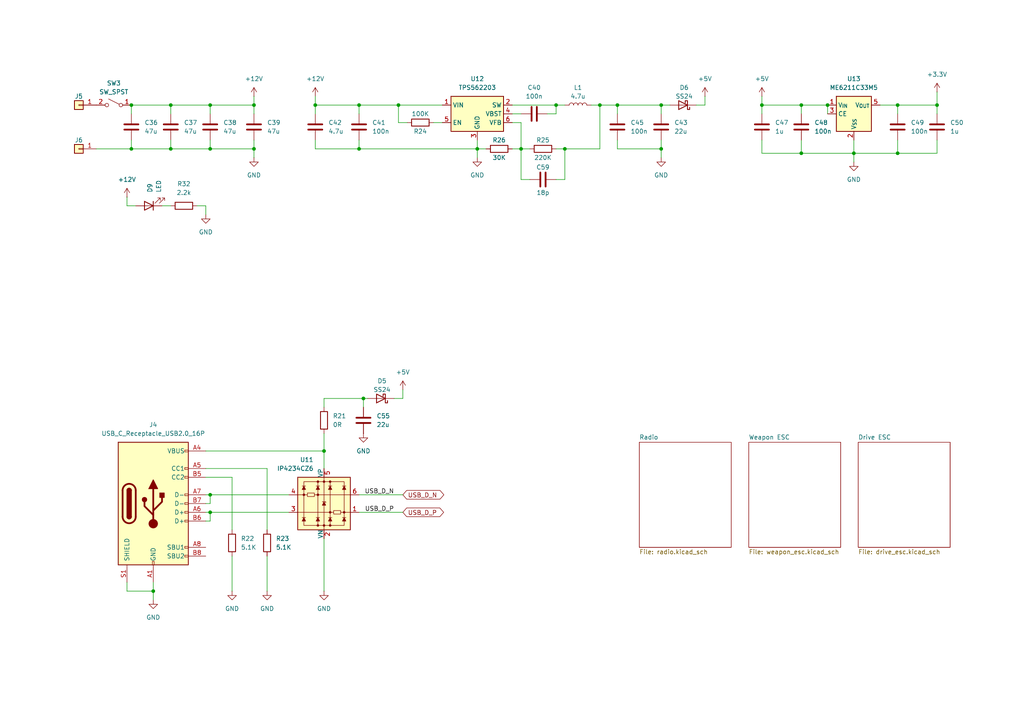
<source format=kicad_sch>
(kicad_sch (version 20231120) (generator "eeschema") (generator_version "8.0")
  (paper "A4")
  (lib_symbols
    (symbol "Connector:USB_C_Receptacle_USB2.0_16P" (pin_names (offset 1.016))
      (property "Reference" "J" (at 0 22.225 0))
      (property "Value" "USB_C_Receptacle_USB2.0_16P" (at 0 19.685 0))
      (symbol "USB_C_Receptacle_USB2.0_16P_0_0"
        (rectangle (start -0.254 -17.78) (end 0.254 -16.764))
        (rectangle (start 10.16 -14.986) (end 9.144 -15.494))
        (rectangle (start 10.16 -12.446) (end 9.144 -12.954))
        (rectangle (start 10.16 -4.826) (end 9.144 -5.334))
        (rectangle (start 10.16 -2.286) (end 9.144 -2.794))
        (rectangle (start 10.16 0.254) (end 9.144 -0.254))
        (rectangle (start 10.16 2.794) (end 9.144 2.286))
        (rectangle (start 10.16 7.874) (end 9.144 7.366))
        (rectangle (start 10.16 10.414) (end 9.144 9.906))
        (rectangle (start 10.16 15.494) (end 9.144 14.986))
      )
      (symbol "USB_C_Receptacle_USB2.0_16P_0_1"
        (rectangle (start -10.16 17.78) (end 10.16 -17.78) (stroke (width 0.254)) (fill (type background)))
        (arc (start -8.89 -3.81) (mid -6.985 -5.7067) (end -5.08 -3.81) (stroke (width 0.508)))
        (arc (start -7.62 -3.81) (mid -6.985 -4.4423) (end -6.35 -3.81) (stroke (width 0.254)))
        (arc (start -7.62 -3.81) (mid -6.985 -4.4423) (end -6.35 -3.81) (stroke (width 0.254)) (fill (type outline)))
        (rectangle (start -7.62 -3.81) (end -6.35 3.81) (stroke (width 0.254)) (fill (type outline)))
        (arc (start -6.35 3.81) (mid -6.985 4.4423) (end -7.62 3.81) (stroke (width 0.254)))
        (arc (start -6.35 3.81) (mid -6.985 4.4423) (end -7.62 3.81) (stroke (width 0.254)) (fill (type outline)))
        (arc (start -5.08 3.81) (mid -6.985 5.7067) (end -8.89 3.81) (stroke (width 0.508)))
        (circle (center -2.54 1.143) (radius 0.635) (stroke (width 0.254)) (fill (type outline)))
        (circle (center 0 -5.842) (radius 1.27) (fill (type outline)))
        (polyline (pts (xy -8.89 -3.81) (xy -8.89 3.81)) (stroke (width 0.508)))
        (polyline (pts (xy -5.08 3.81) (xy -5.08 -3.81)) (stroke (width 0.508)))
        (polyline (pts (xy 0 -5.842) (xy 0 4.318)) (stroke (width 0.508)))
        (polyline (pts (xy 0 -3.302) (xy -2.54 -0.762) (xy -2.54 0.508)) (stroke (width 0.508)))
        (polyline (pts (xy 0 -2.032) (xy 2.54 0.508) (xy 2.54 1.778)) (stroke (width 0.508)))
        (polyline (pts (xy -1.27 4.318) (xy 0 6.858) (xy 1.27 4.318) (xy -1.27 4.318)) (stroke (width 0.254)) (fill (type outline)))
        (rectangle (start 1.905 1.778) (end 3.175 3.048) (stroke (width 0.254)) (fill (type outline)))
      )
      (symbol "USB_C_Receptacle_USB2.0_16P_1_1"
        (pin passive line (at 0 -22.86 90) (length 5.08) (name "GND") (number "A1"))
        (pin passive line (at 0 -22.86 90) (length 5.08) hide (name "GND") (number "A12"))
        (pin passive line (at 15.24 15.24 180) (length 5.08) (name "VBUS") (number "A4"))
        (pin bidirectional line (at 15.24 10.16 180) (length 5.08) (name "CC1") (number "A5"))
        (pin bidirectional line (at 15.24 -2.54 180) (length 5.08) (name "D+") (number "A6"))
        (pin bidirectional line (at 15.24 2.54 180) (length 5.08) (name "D-") (number "A7"))
        (pin bidirectional line (at 15.24 -12.7 180) (length 5.08) (name "SBU1") (number "A8"))
        (pin passive line (at 15.24 15.24 180) (length 5.08) hide (name "VBUS") (number "A9"))
        (pin passive line (at 0 -22.86 90) (length 5.08) hide (name "GND") (number "B1"))
        (pin passive line (at 0 -22.86 90) (length 5.08) hide (name "GND") (number "B12"))
        (pin passive line (at 15.24 15.24 180) (length 5.08) hide (name "VBUS") (number "B4"))
        (pin bidirectional line (at 15.24 7.62 180) (length 5.08) (name "CC2") (number "B5"))
        (pin bidirectional line (at 15.24 -5.08 180) (length 5.08) (name "D+") (number "B6"))
        (pin bidirectional line (at 15.24 0 180) (length 5.08) (name "D-") (number "B7"))
        (pin bidirectional line (at 15.24 -15.24 180) (length 5.08) (name "SBU2") (number "B8"))
        (pin passive line (at 15.24 15.24 180) (length 5.08) hide (name "VBUS") (number "B9"))
        (pin passive line (at -7.62 -22.86 90) (length 5.08) (name "SHIELD") (number "S1"))
      )
    )
    (symbol "Connector_Generic:Conn_01x01" (pin_names (offset 1.016) hide)
      (property "Reference" "J" (at 0 2.54 0))
      (property "Value" "Conn_01x01" (at 0 -2.54 0))
      (symbol "Conn_01x01_1_1"
        (rectangle (start -1.27 0.127) (end 0 -0.127) (stroke (width 0.1524)))
        (rectangle (start -1.27 1.27) (end 1.27 -1.27) (stroke (width 0.254)) (fill (type background)))
        (pin passive line (at -5.08 0 0) (length 3.81) (name "Pin_1") (number "1"))
      )
    )
    (symbol "Device:C" (pin_numbers hide) (pin_names (offset 0.254))
      (property "Reference" "C" (at 0.635 2.54 0))
      (property "Value" "C" (at 0.635 -2.54 0))
      (symbol "C_0_1"
        (polyline (pts (xy -2.032 -0.762) (xy 2.032 -0.762)) (stroke (width 0.508)))
        (polyline (pts (xy -2.032 0.762) (xy 2.032 0.762)) (stroke (width 0.508)))
      )
      (symbol "C_1_1"
        (pin passive line (at 0 3.81 270) (length 2.794) (name "~") (number "1"))
        (pin passive line (at 0 -3.81 90) (length 2.794) (name "~") (number "2"))
      )
    )
    (symbol "Device:D_Schottky" (pin_numbers hide) (pin_names (offset 1.016) hide)
      (property "Reference" "D" (at 0 2.54 0))
      (property "Value" "D_Schottky" (at 0 -2.54 0))
      (symbol "D_Schottky_0_1"
        (polyline (pts (xy 1.27 0) (xy -1.27 0)))
        (polyline (pts (xy 1.27 1.27) (xy 1.27 -1.27) (xy -1.27 0) (xy 1.27 1.27)) (stroke (width 0.254)))
        (polyline (pts (xy -1.905 0.635) (xy -1.905 1.27) (xy -1.27 1.27) (xy -1.27 -1.27) (xy -0.635 -1.27) (xy -0.635 -0.635)) (stroke (width 0.254)))
      )
      (symbol "D_Schottky_1_1"
        (pin passive line (at -3.81 0 0) (length 2.54) (name "K") (number "1"))
        (pin passive line (at 3.81 0 180) (length 2.54) (name "A") (number "2"))
      )
    )
    (symbol "Device:L" (pin_numbers hide) (pin_names (offset 1.016) hide)
      (property "Reference" "L" (at -1.27 0 90))
      (property "Value" "L" (at 1.905 0 90))
      (symbol "L_0_1"
        (arc (start 0 -2.54) (mid 0.6323 -1.905) (end 0 -1.27))
        (arc (start 0 -1.27) (mid 0.6323 -0.635) (end 0 0))
        (arc (start 0 0) (mid 0.6323 0.635) (end 0 1.27))
        (arc (start 0 1.27) (mid 0.6323 1.905) (end 0 2.54))
      )
      (symbol "L_1_1"
        (pin passive line (at 0 3.81 270) (length 1.27) (name "1") (number "1"))
        (pin passive line (at 0 -3.81 90) (length 1.27) (name "2") (number "2"))
      )
    )
    (symbol "Device:LED" (pin_numbers hide) (pin_names (offset 1.016) hide)
      (property "Reference" "D" (at 0 2.54 0))
      (property "Value" "LED" (at 0 -2.54 0))
      (symbol "LED_0_1"
        (polyline (pts (xy -1.27 -1.27) (xy -1.27 1.27)) (stroke (width 0.254)))
        (polyline (pts (xy -1.27 0) (xy 1.27 0)))
        (polyline (pts (xy 1.27 -1.27) (xy 1.27 1.27) (xy -1.27 0) (xy 1.27 -1.27)) (stroke (width 0.254)))
        (polyline (pts (xy -3.048 -0.762) (xy -4.572 -2.286) (xy -3.81 -2.286) (xy -4.572 -2.286) (xy -4.572 -1.524)))
        (polyline (pts (xy -1.778 -0.762) (xy -3.302 -2.286) (xy -2.54 -2.286) (xy -3.302 -2.286) (xy -3.302 -1.524)))
      )
      (symbol "LED_1_1"
        (pin passive line (at -3.81 0 0) (length 2.54) (name "K") (number "1"))
        (pin passive line (at 3.81 0 180) (length 2.54) (name "A") (number "2"))
      )
    )
    (symbol "Device:R" (pin_numbers hide) (pin_names (offset 0))
      (property "Reference" "R" (at 2.032 0 90))
      (property "Value" "R" (at 0 0 90))
      (symbol "R_0_1"
        (rectangle (start -1.016 -2.54) (end 1.016 2.54) (stroke (width 0.254)))
      )
      (symbol "R_1_1"
        (pin passive line (at 0 3.81 270) (length 1.27) (name "~") (number "1"))
        (pin passive line (at 0 -3.81 90) (length 1.27) (name "~") (number "2"))
      )
    )
    (symbol "Power_Protection:IP4234CZ6" (pin_names (offset 0))
      (property "Reference" "U" (at -6.35 8.89 0))
      (property "Value" "IP4234CZ6" (at 2.794 8.89 0))
      (symbol "IP4234CZ6_0_0"
        (rectangle (start -5.842 6.35) (end 5.842 -6.35))
        (polyline (pts (xy -1.778 -6.35) (xy -1.778 6.35)))
        (polyline (pts (xy 1.778 6.35) (xy 1.778 -6.35)))
      )
      (symbol "IP4234CZ6_0_1"
        (rectangle (start -7.62 7.62) (end 7.62 -7.62) (stroke (width 0.254)) (fill (type background)))
        (circle (center -5.842 -2.54) (radius 0.2794) (fill (type outline)))
        (circle (center -1.778 -6.35) (radius 0.2794) (fill (type outline)))
        (circle (center -1.778 -2.54) (radius 0.2794) (fill (type outline)))
        (circle (center -1.778 6.35) (radius 0.2794) (fill (type outline)))
        (circle (center 0 -6.35) (radius 0.2794) (fill (type outline)))
        (polyline (pts (xy -7.62 -2.54) (xy -4.826 -2.54)))
        (polyline (pts (xy -7.62 2.54) (xy 2.794 2.54)))
        (polyline (pts (xy -5.334 -4.064) (xy -6.35 -4.064)))
        (polyline (pts (xy -5.334 5.08) (xy -6.35 5.08)))
        (polyline (pts (xy -1.27 -4.064) (xy -2.286 -4.064)))
        (polyline (pts (xy -1.27 5.08) (xy -2.286 5.08)))
        (polyline (pts (xy -0.508 0.508) (xy -0.508 0.254)))
        (polyline (pts (xy 0 7.62) (xy 0 -7.62)))
        (polyline (pts (xy 0.508 0.508) (xy -0.508 0.508)))
        (polyline (pts (xy 2.286 -4.064) (xy 1.27 -4.064)))
        (polyline (pts (xy 2.286 5.08) (xy 1.27 5.08)))
        (polyline (pts (xy 6.35 -4.064) (xy 5.334 -4.064)))
        (polyline (pts (xy 6.35 5.08) (xy 5.334 5.08)))
        (polyline (pts (xy 7.62 -2.54) (xy -2.794 -2.54)))
        (polyline (pts (xy 7.62 2.54) (xy 4.826 2.54)))
        (circle (center 0 6.35) (radius 0.2794) (fill (type outline)))
        (circle (center 1.778 -6.35) (radius 0.2794) (fill (type outline)))
        (circle (center 1.778 2.54) (radius 0.2794) (fill (type outline)))
        (circle (center 1.778 6.35) (radius 0.2794) (fill (type outline)))
        (circle (center 5.842 2.54) (radius 0.2794) (fill (type outline)))
      )
      (symbol "IP4234CZ6_1_1"
        (rectangle (start -4.826 -2.032) (end -2.794 -3.048))
        (polyline (pts (xy -5.334 -5.08) (xy -6.35 -5.08) (xy -5.842 -4.064) (xy -5.334 -5.08)) (fill (type outline)))
        (polyline (pts (xy -5.334 4.064) (xy -6.35 4.064) (xy -5.842 5.08) (xy -5.334 4.064)) (fill (type outline)))
        (polyline (pts (xy -1.27 -5.08) (xy -2.286 -5.08) (xy -1.778 -4.064) (xy -1.27 -5.08)) (fill (type outline)))
        (polyline (pts (xy -1.27 4.064) (xy -2.286 4.064) (xy -1.778 5.08) (xy -1.27 4.064)) (fill (type outline)))
        (polyline (pts (xy 0.508 -0.508) (xy -0.508 -0.508) (xy 0 0.508) (xy 0.508 -0.508)) (fill (type outline)))
        (polyline (pts (xy 2.286 -5.08) (xy 1.27 -5.08) (xy 1.778 -4.064) (xy 2.286 -5.08)) (fill (type outline)))
        (polyline (pts (xy 2.286 4.064) (xy 1.27 4.064) (xy 1.778 5.08) (xy 2.286 4.064)) (fill (type outline)))
        (polyline (pts (xy 6.35 -5.08) (xy 5.334 -5.08) (xy 5.842 -4.064) (xy 6.35 -5.08)) (fill (type outline)))
        (polyline (pts (xy 6.35 4.064) (xy 5.334 4.064) (xy 5.842 5.08) (xy 6.35 4.064)) (fill (type outline)))
        (rectangle (start 2.794 3.048) (end 4.826 2.032))
        (pin passive line (at -10.16 -2.54 0) (length 2.54) (name "") (number "1"))
        (pin passive line (at 0 -10.16 90) (length 2.54) (name "VN") (number "2"))
        (pin passive line (at 10.16 -2.54 180) (length 2.54) (name "") (number "3"))
        (pin passive line (at 10.16 2.54 180) (length 2.54) (name "") (number "4"))
        (pin passive line (at 0 10.16 270) (length 2.54) (name "VP") (number "5"))
        (pin passive line (at -10.16 2.54 0) (length 2.54) (name "") (number "6"))
      )
    )
    (symbol "Regulator_Linear:ME6211C33M5"
      (property "Reference" "U" (at -4.572 6.35 0))
      (property "Value" "ME6211C33M5" (at 10.16 8.636 0))
      (symbol "ME6211C33M5_1_1"
        (rectangle (start -5.08 5.08) (end 5.08 -5.08) (stroke (width 0.254)) (fill (type background)))
        (pin power_in line (at -7.62 2.54 0) (length 2.54) (name "V_{IN}") (number "1"))
        (pin power_in line (at 0 -7.62 90) (length 2.54) (name "V_{SS}") (number "2"))
        (pin input line (at -7.62 0 0) (length 2.54) (name "CE") (number "3"))
        (pin no_connect line (at 5.08 0 180) (length 2.54) hide (name "NC") (number "4"))
        (pin power_out line (at 7.62 2.54 180) (length 2.54) (name "V_{OUT}") (number "5"))
      )
    )
    (symbol "Regulator_Switching:TPS562206"
      (property "Reference" "U" (at -7.62 6.35 0))
      (property "Value" "TPS562206" (at -2.54 6.35 0))
      (symbol "TPS562206_0_1"
        (rectangle (start -7.62 5.08) (end 7.62 -5.08) (stroke (width 0.254)) (fill (type background)))
      )
      (symbol "TPS562206_1_1"
        (pin power_in line (at -10.16 2.54 0) (length 2.54) (name "VIN") (number "1"))
        (pin output line (at 10.16 2.54 180) (length 2.54) (name "SW") (number "2"))
        (pin power_in line (at 0 -7.62 90) (length 2.54) (name "GND") (number "3"))
        (pin passive line (at 10.16 0 180) (length 2.54) (name "VBST") (number "4"))
        (pin input line (at -10.16 -2.54 0) (length 2.54) (name "EN") (number "5"))
        (pin input line (at 10.16 -2.54 180) (length 2.54) (name "VFB") (number "6"))
      )
    )
    (symbol "Switch:SW_SPST" (pin_names (offset 0) hide)
      (property "Reference" "SW" (at 0 3.175 0))
      (property "Value" "SW_SPST" (at 0 -2.54 0))
      (symbol "SW_SPST_0_0"
        (circle (center -2.032 0) (radius 0.508))
        (polyline (pts (xy -1.524 0.254) (xy 1.524 1.778)))
        (circle (center 2.032 0) (radius 0.508))
      )
      (symbol "SW_SPST_1_1"
        (pin passive line (at -5.08 0 0) (length 2.54) (name "A") (number "1"))
        (pin passive line (at 5.08 0 180) (length 2.54) (name "B") (number "2"))
      )
    )
    (symbol "power:+12V" (power) (pin_numbers hide) (pin_names (offset 0) hide)
      (property "Value" "+12V" (at 0 3.556 0))
      (symbol "+12V_0_1"
        (polyline (pts (xy -0.762 1.27) (xy 0 2.54)))
        (polyline (pts (xy 0 0) (xy 0 2.54)))
        (polyline (pts (xy 0 2.54) (xy 0.762 1.27)))
      )
      (symbol "+12V_1_1"
        (pin power_in line (at 0 0 90) (length 0) (name "~") (number "1"))
      )
    )
    (symbol "power:+3.3V" (power) (pin_numbers hide) (pin_names (offset 0) hide)
      (property "Value" "+3.3V" (at 0 3.556 0))
      (symbol "+3.3V_0_1"
        (polyline (pts (xy -0.762 1.27) (xy 0 2.54)))
        (polyline (pts (xy 0 0) (xy 0 2.54)))
        (polyline (pts (xy 0 2.54) (xy 0.762 1.27)))
      )
      (symbol "+3.3V_1_1"
        (pin power_in line (at 0 0 90) (length 0) (name "~") (number "1"))
      )
    )
    (symbol "power:+5V" (power) (pin_numbers hide) (pin_names (offset 0) hide)
      (property "Value" "+5V" (at 0 3.556 0))
      (symbol "+5V_0_1"
        (polyline (pts (xy -0.762 1.27) (xy 0 2.54)))
        (polyline (pts (xy 0 0) (xy 0 2.54)))
        (polyline (pts (xy 0 2.54) (xy 0.762 1.27)))
      )
      (symbol "+5V_1_1"
        (pin power_in line (at 0 0 90) (length 0) (name "~") (number "1"))
      )
    )
    (symbol "power:GND" (power) (pin_numbers hide) (pin_names (offset 0) hide)
      (property "Value" "GND" (at 0 -3.81 0))
      (symbol "GND_0_1"
        (polyline (pts (xy 0 0) (xy 0 -1.27) (xy 1.27 -1.27) (xy 0 -2.54) (xy -1.27 -1.27) (xy 0 -1.27)))
      )
      (symbol "GND_1_1"
        (pin power_in line (at 0 0 270) (length 0) (name "~") (number "1"))
      )
    )
  )
  (junction (at 151.13 43.18))
  (junction (at 73.66 43.18))
  (junction (at 115.57 30.48))
  (junction (at 44.45 171.45))
  (junction (at 191.77 43.18))
  (junction (at 73.66 30.48))
  (junction (at 60.96 43.18))
  (junction (at 104.14 30.48))
  (junction (at 260.35 30.48))
  (junction (at 49.53 43.18))
  (junction (at 60.96 30.48))
  (junction (at 91.44 30.48))
  (junction (at 232.41 30.48))
  (junction (at 260.35 44.45))
  (junction (at 38.1 30.48))
  (junction (at 49.53 30.48))
  (junction (at 38.1 43.18))
  (junction (at 161.29 30.48))
  (junction (at 60.96 143.51))
  (junction (at 191.77 30.48))
  (junction (at 173.99 30.48))
  (junction (at 232.41 44.45))
  (junction (at 179.07 30.48))
  (junction (at 93.98 130.81))
  (junction (at 220.98 30.48))
  (junction (at 138.43 43.18))
  (junction (at 240.03 30.48))
  (junction (at 163.83 43.18))
  (junction (at 105.41 115.57))
  (junction (at 104.14 43.18))
  (junction (at 271.78 30.48))
  (junction (at 247.65 44.45))
  (junction (at 60.96 148.59))
  (wire (pts (xy 104.14 30.48) (xy 115.57 30.48)))
  (wire (pts (xy 201.93 30.48) (xy 204.47 30.48)))
  (wire (pts (xy 104.14 148.59) (xy 116.84 148.59)))
  (wire (pts (xy 36.83 59.69) (xy 36.83 57.15)))
  (wire (pts (xy 59.69 59.69) (xy 59.69 62.23)))
  (wire (pts (xy 38.1 40.64) (xy 38.1 43.18)))
  (wire (pts (xy 93.98 156.21) (xy 93.98 171.45)))
  (wire (pts (xy 153.67 52.07) (xy 151.13 52.07)))
  (wire (pts (xy 179.07 43.18) (xy 191.77 43.18)))
  (wire (pts (xy 91.44 40.64) (xy 91.44 43.18)))
  (wire (pts (xy 67.31 161.29) (xy 67.31 171.45)))
  (wire (pts (xy 220.98 30.48) (xy 220.98 33.02)))
  (wire (pts (xy 232.41 30.48) (xy 240.03 30.48)))
  (wire (pts (xy 115.57 35.56) (xy 115.57 30.48)))
  (wire (pts (xy 151.13 43.18) (xy 153.67 43.18)))
  (wire (pts (xy 60.96 40.64) (xy 60.96 43.18)))
  (wire (pts (xy 104.14 143.51) (xy 116.84 143.51)))
  (wire (pts (xy 260.35 30.48) (xy 260.35 33.02)))
  (wire (pts (xy 220.98 44.45) (xy 232.41 44.45)))
  (wire (pts (xy 49.53 43.18) (xy 60.96 43.18)))
  (wire (pts (xy 115.57 30.48) (xy 128.27 30.48)))
  (wire (pts (xy 59.69 143.51) (xy 60.96 143.51)))
  (wire (pts (xy 93.98 130.81) (xy 93.98 135.89)))
  (wire (pts (xy 104.14 43.18) (xy 91.44 43.18)))
  (wire (pts (xy 106.68 115.57) (xy 105.41 115.57)))
  (wire (pts (xy 191.77 30.48) (xy 194.31 30.48)))
  (wire (pts (xy 125.73 35.56) (xy 128.27 35.56)))
  (wire (pts (xy 91.44 30.48) (xy 104.14 30.48)))
  (wire (pts (xy 93.98 115.57) (xy 93.98 118.11)))
  (wire (pts (xy 271.78 26.67) (xy 271.78 30.48)))
  (wire (pts (xy 232.41 40.64) (xy 232.41 44.45)))
  (wire (pts (xy 271.78 30.48) (xy 271.78 33.02)))
  (wire (pts (xy 151.13 43.18) (xy 148.59 43.18)))
  (wire (pts (xy 36.83 168.91) (xy 36.83 171.45)))
  (wire (pts (xy 148.59 33.02) (xy 151.13 33.02)))
  (wire (pts (xy 60.96 148.59) (xy 83.82 148.59)))
  (wire (pts (xy 59.69 130.81) (xy 93.98 130.81)))
  (wire (pts (xy 138.43 43.18) (xy 104.14 43.18)))
  (wire (pts (xy 271.78 44.45) (xy 271.78 40.64)))
  (wire (pts (xy 44.45 168.91) (xy 44.45 171.45)))
  (wire (pts (xy 73.66 43.18) (xy 73.66 45.72)))
  (wire (pts (xy 179.07 30.48) (xy 191.77 30.48)))
  (wire (pts (xy 39.37 59.69) (xy 36.83 59.69)))
  (wire (pts (xy 60.96 143.51) (xy 83.82 143.51)))
  (wire (pts (xy 59.69 135.89) (xy 77.47 135.89)))
  (wire (pts (xy 57.15 59.69) (xy 59.69 59.69)))
  (wire (pts (xy 77.47 135.89) (xy 77.47 153.67)))
  (wire (pts (xy 38.1 30.48) (xy 38.1 33.02)))
  (wire (pts (xy 118.11 35.56) (xy 115.57 35.56)))
  (wire (pts (xy 49.53 30.48) (xy 60.96 30.48)))
  (wire (pts (xy 60.96 30.48) (xy 60.96 33.02)))
  (wire (pts (xy 220.98 30.48) (xy 232.41 30.48)))
  (wire (pts (xy 104.14 30.48) (xy 104.14 33.02)))
  (wire (pts (xy 173.99 43.18) (xy 173.99 30.48)))
  (wire (pts (xy 91.44 27.94) (xy 91.44 30.48)))
  (wire (pts (xy 116.84 113.03) (xy 116.84 115.57)))
  (wire (pts (xy 27.94 43.18) (xy 38.1 43.18)))
  (wire (pts (xy 260.35 30.48) (xy 271.78 30.48)))
  (wire (pts (xy 161.29 43.18) (xy 163.83 43.18)))
  (wire (pts (xy 179.07 30.48) (xy 179.07 33.02)))
  (wire (pts (xy 60.96 43.18) (xy 73.66 43.18)))
  (wire (pts (xy 148.59 35.56) (xy 151.13 35.56)))
  (wire (pts (xy 191.77 30.48) (xy 191.77 33.02)))
  (wire (pts (xy 161.29 52.07) (xy 163.83 52.07)))
  (wire (pts (xy 161.29 33.02) (xy 161.29 30.48)))
  (wire (pts (xy 49.53 40.64) (xy 49.53 43.18)))
  (wire (pts (xy 220.98 40.64) (xy 220.98 44.45)))
  (wire (pts (xy 105.41 115.57) (xy 93.98 115.57)))
  (wire (pts (xy 247.65 44.45) (xy 247.65 46.99)))
  (wire (pts (xy 49.53 30.48) (xy 49.53 33.02)))
  (wire (pts (xy 240.03 30.48) (xy 240.03 33.02)))
  (wire (pts (xy 163.83 52.07) (xy 163.83 43.18)))
  (wire (pts (xy 151.13 35.56) (xy 151.13 43.18)))
  (wire (pts (xy 59.69 148.59) (xy 60.96 148.59)))
  (wire (pts (xy 105.41 115.57) (xy 105.41 118.11)))
  (wire (pts (xy 60.96 146.05) (xy 60.96 143.51)))
  (wire (pts (xy 173.99 30.48) (xy 179.07 30.48)))
  (wire (pts (xy 247.65 40.64) (xy 247.65 44.45)))
  (wire (pts (xy 67.31 138.43) (xy 67.31 153.67)))
  (wire (pts (xy 255.27 30.48) (xy 260.35 30.48)))
  (wire (pts (xy 158.75 33.02) (xy 161.29 33.02)))
  (wire (pts (xy 232.41 30.48) (xy 232.41 33.02)))
  (wire (pts (xy 77.47 161.29) (xy 77.47 171.45)))
  (wire (pts (xy 151.13 52.07) (xy 151.13 43.18)))
  (wire (pts (xy 161.29 30.48) (xy 163.83 30.48)))
  (wire (pts (xy 46.99 59.69) (xy 49.53 59.69)))
  (wire (pts (xy 60.96 30.48) (xy 73.66 30.48)))
  (wire (pts (xy 191.77 40.64) (xy 191.77 43.18)))
  (wire (pts (xy 44.45 171.45) (xy 44.45 173.99)))
  (wire (pts (xy 179.07 40.64) (xy 179.07 43.18)))
  (wire (pts (xy 104.14 40.64) (xy 104.14 43.18)))
  (wire (pts (xy 204.47 30.48) (xy 204.47 27.94)))
  (wire (pts (xy 138.43 43.18) (xy 140.97 43.18)))
  (wire (pts (xy 191.77 43.18) (xy 191.77 45.72)))
  (wire (pts (xy 138.43 43.18) (xy 138.43 45.72)))
  (wire (pts (xy 38.1 43.18) (xy 49.53 43.18)))
  (wire (pts (xy 38.1 30.48) (xy 49.53 30.48)))
  (wire (pts (xy 60.96 148.59) (xy 60.96 151.13)))
  (wire (pts (xy 59.69 151.13) (xy 60.96 151.13)))
  (wire (pts (xy 220.98 27.94) (xy 220.98 30.48)))
  (wire (pts (xy 59.69 138.43) (xy 67.31 138.43)))
  (wire (pts (xy 73.66 30.48) (xy 73.66 33.02)))
  (wire (pts (xy 232.41 44.45) (xy 247.65 44.45)))
  (wire (pts (xy 260.35 44.45) (xy 271.78 44.45)))
  (wire (pts (xy 173.99 30.48) (xy 171.45 30.48)))
  (wire (pts (xy 148.59 30.48) (xy 161.29 30.48)))
  (wire (pts (xy 73.66 27.94) (xy 73.66 30.48)))
  (wire (pts (xy 93.98 125.73) (xy 93.98 130.81)))
  (wire (pts (xy 36.83 171.45) (xy 44.45 171.45)))
  (wire (pts (xy 114.3 115.57) (xy 116.84 115.57)))
  (wire (pts (xy 163.83 43.18) (xy 173.99 43.18)))
  (wire (pts (xy 59.69 146.05) (xy 60.96 146.05)))
  (wire (pts (xy 247.65 44.45) (xy 260.35 44.45)))
  (wire (pts (xy 91.44 33.02) (xy 91.44 30.48)))
  (wire (pts (xy 260.35 40.64) (xy 260.35 44.45)))
  (wire (pts (xy 138.43 40.64) (xy 138.43 43.18)))
  (wire (pts (xy 73.66 40.64) (xy 73.66 43.18)))
  (label "USB_D_P" (at 114.3 148.59 180))
  (label "USB_D_N" (at 114.3 143.51 180))
  (global_label "USB_D_P" (shape bidirectional) (at 116.84 148.59 0) (property "Intersheetrefs" "${INTERSHEET_REFS}" (effects (hide yes))))
  (global_label "USB_D_N" (shape bidirectional) (at 116.84 143.51 0) (property "Intersheetrefs" "${INTERSHEET_REFS}" (effects (hide yes))))
  (symbol (lib_id "Device:R") (at 93.98 121.92 180) (unit 1)
    (property "Reference" "R21" (at 96.52 120.6499 0) (effects (justify right)))
    (property "Value" "0R" (at 96.52 123.1899 0) (effects (justify right)))
    (property "Footprint" "Resistor_SMD:R_0603_1608Metric" (effects (hide yes)))
    (property "Description" "Resistor" (effects (hide yes)))
    (property "LCSC" "C21189" (effects (hide yes)))
  )
  (symbol (lib_id "Connector:USB_C_Receptacle_USB2.0_16P") (at 44.45 146.05 0) (unit 1)
    (property "Reference" "J4" (at 44.45 123.19 0))
    (property "Value" "USB_C_Receptacle_USB2.0_16P" (at 44.45 125.73 0))
    (property "Footprint" "Connector_USB:USB_C_Receptacle_GCT_USB4105-xx-A_16P_TopMnt_Horizontal" (effects (hide yes)))
    (property "Datasheet" "https://www.usb.org/sites/default/files/documents/usb_type-c.zip" (effects (hide yes)))
    (property "Description" "USB 2.0-only 16P Type-C Receptacle connector" (effects (hide yes)))
    (property "LCSC" "C165948" (effects (hide yes)))
  )
  (symbol (lib_id "power:+5V") (at 116.84 113.03 0) (unit 1)
    (property "Reference" "#PWR087" (effects (hide yes)))
    (property "Value" "+5V" (at 116.84 107.95 0))
    (property "Description" "Power symbol creates a global label with name \"+5V\"" (effects (hide yes)))
  )
  (symbol (lib_id "Device:C") (at 38.1 36.83 0) (unit 1)
    (property "Reference" "C36" (at 41.91 35.5599 0) (effects (justify left)))
    (property "Value" "47u" (at 41.91 38.0999 0) (effects (justify left)))
    (property "Footprint" "Capacitor_SMD:C_1210_3225Metric" (effects (hide yes)))
    (property "Description" "Unpolarized capacitor" (effects (hide yes)))
    (property "LCSC" "C90142" (effects (hide yes)))
  )
  (symbol (lib_id "power:GND") (at 105.41 125.73 0) (unit 1)
    (property "Reference" "#PWR066" (effects (hide yes)))
    (property "Value" "GND" (at 105.41 130.81 0))
    (property "Description" "Power symbol creates a global label with name \"GND\" , ground" (effects (hide yes)))
  )
  (symbol (lib_id "Device:D_Schottky") (at 110.49 115.57 180) (unit 1)
    (property "Reference" "D5" (at 110.8075 110.49 0))
    (property "Value" "SS24" (at 110.8075 113.03 0))
    (property "Footprint" "Diode_SMD:D_SMA" (effects (hide yes)))
    (property "Description" "Schottky diode" (effects (hide yes)))
    (property "LCSC" "C6069590" (effects (hide yes)))
  )
  (symbol (lib_id "Device:R") (at 53.34 59.69 90) (unit 1)
    (property "Reference" "R32" (at 53.34 53.34 90))
    (property "Value" "2.2k" (at 53.34 55.88 90))
    (property "Footprint" "Resistor_SMD:R_0603_1608Metric" (effects (hide yes)))
    (property "Description" "Resistor" (effects (hide yes)))
    (property "LCSC" "C4190" (effects (hide yes)))
  )
  (symbol (lib_id "power:+5V") (at 220.98 27.94 0) (unit 1)
    (property "Reference" "#PWR080" (effects (hide yes)))
    (property "Value" "+5V" (at 220.98 22.86 0))
    (property "Description" "Power symbol creates a global label with name \"+5V\"" (effects (hide yes)))
  )
  (symbol (lib_id "Device:C") (at 191.77 36.83 0) (unit 1)
    (property "Reference" "C43" (at 195.58 35.5599 0) (effects (justify left)))
    (property "Value" "22u" (at 195.58 38.0999 0) (effects (justify left)))
    (property "Footprint" "Capacitor_SMD:C_0805_2012Metric" (effects (hide yes)))
    (property "Description" "Unpolarized capacitor" (effects (hide yes)))
    (property "LCSC" "C602037" (effects (hide yes)))
  )
  (symbol (lib_id "Device:R") (at 67.31 157.48 0) (unit 1)
    (property "Reference" "R22" (at 69.85 156.2099 0) (effects (justify left)))
    (property "Value" "5.1K" (at 69.85 158.7499 0) (effects (justify left)))
    (property "Footprint" "Resistor_SMD:R_0603_1608Metric" (effects (hide yes)))
    (property "Description" "Resistor" (effects (hide yes)))
    (property "LCSC" "C23186" (effects (hide yes)))
  )
  (symbol (lib_id "power:+12V") (at 73.66 27.94 0) (unit 1)
    (property "Reference" "#PWR072" (effects (hide yes)))
    (property "Value" "+12V" (at 73.66 22.86 0))
    (property "Description" "Power symbol creates a global label with name \"+12V\"" (effects (hide yes)))
  )
  (symbol (lib_id "Device:C") (at 91.44 36.83 0) (unit 1)
    (property "Reference" "C42" (at 95.25 35.5599 0) (effects (justify left)))
    (property "Value" "4.7u" (at 95.25 38.0999 0) (effects (justify left)))
    (property "Footprint" "Capacitor_SMD:C_0603_1608Metric" (effects (hide yes)))
    (property "Description" "Unpolarized capacitor" (effects (hide yes)))
    (property "LCSC" "C69335" (effects (hide yes)))
  )
  (symbol (lib_id "Device:C") (at 73.66 36.83 0) (unit 1)
    (property "Reference" "C39" (at 77.47 35.5599 0) (effects (justify left)))
    (property "Value" "47u" (at 77.47 38.0999 0) (effects (justify left)))
    (property "Footprint" "Capacitor_SMD:C_1210_3225Metric" (effects (hide yes)))
    (property "Description" "Unpolarized capacitor" (effects (hide yes)))
    (property "LCSC" "C90142" (effects (hide yes)))
  )
  (symbol (lib_id "Device:C") (at 154.94 33.02 270) (unit 1)
    (property "Reference" "C40" (at 154.94 25.4 90))
    (property "Value" "100n" (at 154.94 27.94 90))
    (property "Footprint" "Capacitor_SMD:C_0603_1608Metric" (effects (hide yes)))
    (property "Description" "Unpolarized capacitor" (effects (hide yes)))
    (property "LCSC" "C1591" (effects (hide yes)))
  )
  (symbol (lib_id "Connector_Generic:Conn_01x01") (at 22.86 30.48 180) (unit 1)
    (property "Reference" "J5" (at 22.86 27.94 0))
    (property "Value" "Conn_01x01" (effects (hide yes)))
    (property "Footprint" "Connector_Wire:SolderWire-1sqmm_1x01_D1.4mm_OD3.9mm" (effects (hide yes)))
    (property "Description" "Generic connector, single row, 01x01, script generated (kicad-library-utils/schlib/autogen/connector/)" (effects (hide yes)))
  )
  (symbol (lib_id "Device:C") (at 60.96 36.83 0) (unit 1)
    (property "Reference" "C38" (at 64.77 35.5599 0) (effects (justify left)))
    (property "Value" "47u" (at 64.77 38.0999 0) (effects (justify left)))
    (property "Footprint" "Capacitor_SMD:C_1210_3225Metric" (effects (hide yes)))
    (property "Description" "Unpolarized capacitor" (effects (hide yes)))
    (property "LCSC" "C90142" (effects (hide yes)))
  )
  (symbol (lib_id "Device:R") (at 144.78 43.18 90) (unit 1)
    (property "Reference" "R26" (at 144.78 40.64 90))
    (property "Value" "30K" (at 144.78 45.72 90))
    (property "Footprint" "Resistor_SMD:R_0603_1608Metric" (effects (hide yes)))
    (property "Description" "Resistor" (effects (hide yes)))
    (property "LCSC" "C22984" (effects (hide yes)))
  )
  (symbol (lib_id "power:GND") (at 191.77 45.72 0) (unit 1)
    (property "Reference" "#PWR076" (effects (hide yes)))
    (property "Value" "GND" (at 191.77 50.8 0))
    (property "Description" "Power symbol creates a global label with name \"GND\" , ground" (effects (hide yes)))
  )
  (symbol (lib_id "Device:C") (at 157.48 52.07 270) (unit 1)
    (property "Reference" "C59" (at 157.48 48.514 90))
    (property "Value" "18p" (at 157.48 55.88 90))
    (property "Footprint" "Capacitor_SMD:C_0603_1608Metric" (effects (hide yes)))
    (property "Description" "Unpolarized capacitor" (effects (hide yes)))
    (property "LCSC" "C1647" (effects (hide yes)))
  )
  (symbol (lib_id "Device:C") (at 232.41 36.83 0) (unit 1)
    (property "Reference" "C48" (at 236.22 35.5599 0) (effects (justify left)))
    (property "Value" "100n" (at 236.22 38.0999 0) (effects (justify left)))
    (property "Footprint" "Capacitor_SMD:C_0603_1608Metric" (effects (hide yes)))
    (property "Description" "Unpolarized capacitor" (effects (hide yes)))
    (property "LCSC" "C1591" (effects (hide yes)))
  )
  (symbol (lib_id "Device:C") (at 104.14 36.83 0) (unit 1)
    (property "Reference" "C41" (at 107.95 35.5599 0) (effects (justify left)))
    (property "Value" "100n" (at 107.95 38.0999 0) (effects (justify left)))
    (property "Footprint" "Capacitor_SMD:C_0603_1608Metric" (effects (hide yes)))
    (property "Description" "Unpolarized capacitor" (effects (hide yes)))
    (property "LCSC" "C1591" (effects (hide yes)))
  )
  (symbol (lib_id "Device:C") (at 220.98 36.83 0) (unit 1)
    (property "Reference" "C47" (at 224.79 35.5599 0) (effects (justify left)))
    (property "Value" "1u" (at 224.79 38.0999 0) (effects (justify left)))
    (property "Footprint" "Capacitor_SMD:C_0603_1608Metric" (effects (hide yes)))
    (property "Description" "Unpolarized capacitor" (effects (hide yes)))
    (property "Voltage" "10V" (effects (hide yes)))
    (property "LCSC" "C29936" (effects (hide yes)))
  )
  (symbol (lib_id "Connector_Generic:Conn_01x01") (at 22.86 43.18 180) (unit 1)
    (property "Reference" "J6" (at 22.86 40.64 0))
    (property "Value" "Conn_01x01" (effects (hide yes)))
    (property "Footprint" "Connector_Wire:SolderWire-1sqmm_1x01_D1.4mm_OD3.9mm" (effects (hide yes)))
    (property "Description" "Generic connector, single row, 01x01, script generated (kicad-library-utils/schlib/autogen/connector/)" (effects (hide yes)))
  )
  (symbol (lib_id "power:GND") (at 73.66 45.72 0) (unit 1)
    (property "Reference" "#PWR071" (effects (hide yes)))
    (property "Value" "GND" (at 73.66 50.8 0))
    (property "Description" "Power symbol creates a global label with name \"GND\" , ground" (effects (hide yes)))
  )
  (symbol (lib_id "power:+12V") (at 91.44 27.94 0) (unit 1)
    (property "Reference" "#PWR073" (effects (hide yes)))
    (property "Value" "+12V" (at 91.44 22.86 0))
    (property "Description" "Power symbol creates a global label with name \"+12V\"" (effects (hide yes)))
  )
  (symbol (lib_id "Device:C") (at 105.41 121.92 0) (unit 1)
    (property "Reference" "C55" (at 109.22 120.6499 0) (effects (justify left)))
    (property "Value" "22u" (at 109.22 123.1899 0) (effects (justify left)))
    (property "Footprint" "Capacitor_SMD:C_0805_2012Metric" (effects (hide yes)))
    (property "Description" "Unpolarized capacitor" (effects (hide yes)))
    (property "LCSC" "C602037" (effects (hide yes)))
  )
  (symbol (lib_id "power:+12V") (at 36.83 57.15 0) (unit 1)
    (property "Reference" "#PWR092" (effects (hide yes)))
    (property "Value" "+12V" (at 36.83 52.07 0))
    (property "Description" "Power symbol creates a global label with name \"+12V\"" (effects (hide yes)))
  )
  (symbol (lib_id "Device:LED") (at 43.18 59.69 180) (unit 1)
    (property "Reference" "D9" (at 43.4974 55.88 90) (effects (justify right)))
    (property "Value" "LED" (at 46.0374 55.88 90) (effects (justify right)))
    (property "Footprint" "LED_SMD:LED_0603_1608Metric" (effects (hide yes)))
    (property "Datasheet" "https://www.lcsc.com/datasheet/lcsc_datasheet_1912111437_Yongyu-Photoelectric-SZYY0603O_C434425.pdf" (effects (hide yes)))
    (property "Description" "Light emitting diode" (effects (hide yes)))
    (property "LCSC" "C434425" (effects (hide yes)))
  )
  (symbol (lib_id "Device:C") (at 260.35 36.83 0) (unit 1)
    (property "Reference" "C49" (at 264.16 35.5599 0) (effects (justify left)))
    (property "Value" "100n" (at 264.16 38.0999 0) (effects (justify left)))
    (property "Footprint" "Capacitor_SMD:C_0603_1608Metric" (effects (hide yes)))
    (property "Description" "Unpolarized capacitor" (effects (hide yes)))
    (property "Voltage" "10V" (effects (hide yes)))
    (property "LCSC" "C1591" (effects (hide yes)))
  )
  (symbol (lib_id "power:GND") (at 67.31 171.45 0) (unit 1)
    (property "Reference" "#PWR067" (effects (hide yes)))
    (property "Value" "GND" (at 67.31 176.53 0))
    (property "Description" "Power symbol creates a global label with name \"GND\" , ground" (effects (hide yes)))
  )
  (symbol (lib_id "Device:L") (at 167.64 30.48 90) (unit 1)
    (property "Reference" "L1" (at 167.64 25.4 90))
    (property "Value" "4.7u" (at 167.64 27.94 90))
    (property "Footprint" "Inductor_SMD:L_Sunlord_MWSA0624S" (effects (hide yes)))
    (property "Description" "Inductor" (effects (hide yes)))
    (property "LCSC" "C408433" (effects (hide yes)))
  )
  (symbol (lib_id "power:+5V") (at 204.47 27.94 0) (unit 1)
    (property "Reference" "#PWR077" (effects (hide yes)))
    (property "Value" "+5V" (at 204.47 22.86 0))
    (property "Description" "Power symbol creates a global label with name \"+5V\"" (effects (hide yes)))
  )
  (symbol (lib_id "Device:R") (at 77.47 157.48 0) (unit 1)
    (property "Reference" "R23" (at 80.01 156.2099 0) (effects (justify left)))
    (property "Value" "5.1K" (at 80.01 158.7499 0) (effects (justify left)))
    (property "Footprint" "Resistor_SMD:R_0603_1608Metric" (effects (hide yes)))
    (property "Description" "Resistor" (effects (hide yes)))
    (property "LCSC" "C23186" (effects (hide yes)))
  )
  (symbol (lib_id "Device:R") (at 157.48 43.18 90) (unit 1)
    (property "Reference" "R25" (at 157.48 40.64 90))
    (property "Value" "220K" (at 157.48 45.72 90))
    (property "Footprint" "Resistor_SMD:R_0603_1608Metric" (effects (hide yes)))
    (property "Description" "Resistor" (effects (hide yes)))
    (property "LCSC" "C22961" (effects (hide yes)))
  )
  (symbol (lib_id "Switch:SW_SPST") (at 33.02 30.48 0) (mirror y) (unit 1)
    (property "Reference" "SW3" (at 33.02 24.13 0))
    (property "Value" "SW_SPST" (at 33.02 26.67 0))
    (property "Footprint" "dancollins:m3-power-switch" (effects (hide yes)))
    (property "Description" "Single Pole Single Throw (SPST) switch" (effects (hide yes)))
    (property "LCSC" "C7528081" (effects (hide yes)))
  )
  (symbol (lib_id "Power_Protection:IP4234CZ6") (at 93.98 146.05 0) (mirror y) (unit 1)
    (property "Reference" "U11" (at 90.9635 133.35 0) (effects (justify left)))
    (property "Value" "IP4234CZ6" (at 90.9635 135.89 0) (effects (justify left)))
    (property "Footprint" "Package_TO_SOT_SMD:SC-74-6_1.55x2.9mm_P0.95mm" (effects (hide yes)))
    (property "Datasheet" "https://assets.nexperia.com/documents/data-sheet/IP4234CZ6.pdf" (effects (hide yes)))
    (property "Description" "ESD Protection, 2 channel, USB 2.0 to IEC 61000-4-2 level 4, 5.5V, SOT457 (SC-74-6)" (effects (hide yes)))
    (property "LCSC" "C551509" (effects (hide yes)))
  )
  (symbol (lib_id "Device:D_Schottky") (at 198.12 30.48 180) (unit 1)
    (property "Reference" "D6" (at 198.4375 25.4 0))
    (property "Value" "SS24" (at 198.4375 27.94 0))
    (property "Footprint" "Diode_SMD:D_SMA" (effects (hide yes)))
    (property "Description" "Schottky diode" (effects (hide yes)))
    (property "LCSC" "C6069590" (effects (hide yes)))
  )
  (symbol (lib_id "power:GND") (at 93.98 171.45 0) (unit 1)
    (property "Reference" "#PWR069" (effects (hide yes)))
    (property "Value" "GND" (at 93.98 176.53 0))
    (property "Description" "Power symbol creates a global label with name \"GND\" , ground" (effects (hide yes)))
  )
  (symbol (lib_id "Regulator_Linear:ME6211C33M5") (at 247.65 33.02 0) (unit 1)
    (property "Reference" "U13" (at 247.65 22.86 0))
    (property "Value" "ME6211C33M5" (at 247.65 25.4 0))
    (property "Footprint" "Package_TO_SOT_SMD:SOT-23-5" (effects (hide yes)))
    (property "Datasheet" "https://www.lcsc.com/datasheet/lcsc_datasheet_2304140030_MICRONE-Nanjing-Micro-One-Elec-ME6211C33R5G_C235316.pdf" (effects (hide yes)))
    (property "Description" "500mA low dropout linear regulator, shutdown pin, 6.5V max input voltage, 3.3V fixed positive output, SOT-23-5" (effects (hide yes)))
    (property "LCSC" "C82942" (effects (hide yes)))
  )
  (symbol (lib_id "Regulator_Switching:TPS562206") (at 138.43 33.02 0) (unit 1)
    (property "Reference" "U12" (at 138.43 22.86 0))
    (property "Value" "TPS562203" (at 138.43 25.4 0))
    (property "Footprint" "Package_TO_SOT_SMD:SOT-563" (effects (hide yes)))
    (property "Datasheet" "https://www.ti.com/lit/ds/symlink/tps562203.pdf" (effects (hide yes)))
    (property "Description" "2A Synchronous Step-Down Voltage Regulator 600kHz, Adjustable Output Voltage, 4.5-17V Input Voltage, 0.6V-7V Output Voltage, SOT-563" (effects (hide yes)))
    (property "LCSC" "C22445511" (effects (hide yes)))
  )
  (symbol (lib_id "Device:C") (at 49.53 36.83 0) (unit 1)
    (property "Reference" "C37" (at 53.34 35.5599 0) (effects (justify left)))
    (property "Value" "47u" (at 53.34 38.0999 0) (effects (justify left)))
    (property "Footprint" "Capacitor_SMD:C_1210_3225Metric" (effects (hide yes)))
    (property "Description" "Unpolarized capacitor" (effects (hide yes)))
    (property "LCSC" "C90142" (effects (hide yes)))
  )
  (symbol (lib_id "power:GND") (at 247.65 46.99 0) (unit 1)
    (property "Reference" "#PWR079" (effects (hide yes)))
    (property "Value" "GND" (at 247.65 52.07 0))
    (property "Description" "Power symbol creates a global label with name \"GND\" , ground" (effects (hide yes)))
  )
  (symbol (lib_id "power:GND") (at 59.69 62.23 0) (unit 1)
    (property "Reference" "#PWR091" (effects (hide yes)))
    (property "Value" "GND" (at 59.69 67.31 0))
    (property "Description" "Power symbol creates a global label with name \"GND\" , ground" (effects (hide yes)))
  )
  (symbol (lib_id "power:GND") (at 138.43 45.72 0) (unit 1)
    (property "Reference" "#PWR074" (effects (hide yes)))
    (property "Value" "GND" (at 138.43 50.8 0))
    (property "Description" "Power symbol creates a global label with name \"GND\" , ground" (effects (hide yes)))
  )
  (symbol (lib_id "Device:C") (at 179.07 36.83 0) (unit 1)
    (property "Reference" "C45" (at 182.88 35.5599 0) (effects (justify left)))
    (property "Value" "100n" (at 182.88 38.0999 0) (effects (justify left)))
    (property "Footprint" "Capacitor_SMD:C_0603_1608Metric" (effects (hide yes)))
    (property "Description" "Unpolarized capacitor" (effects (hide yes)))
    (property "LCSC" "C1591" (effects (hide yes)))
  )
  (symbol (lib_id "Device:R") (at 121.92 35.56 270) (unit 1)
    (property "Reference" "R24" (at 121.92 38.1 90))
    (property "Value" "100K" (at 121.92 33.02 90))
    (property "Footprint" "Resistor_SMD:R_0603_1608Metric" (effects (hide yes)))
    (property "Description" "Resistor" (effects (hide yes)))
    (property "LCSC" "C25803" (effects (hide yes)))
  )
  (symbol (lib_id "power:GND") (at 44.45 173.99 0) (unit 1)
    (property "Reference" "#PWR070" (effects (hide yes)))
    (property "Value" "GND" (at 44.45 179.07 0))
    (property "Description" "Power symbol creates a global label with name \"GND\" , ground" (effects (hide yes)))
  )
  (symbol (lib_id "Device:C") (at 271.78 36.83 0) (unit 1)
    (property "Reference" "C50" (at 275.59 35.5599 0) (effects (justify left)))
    (property "Value" "1u" (at 275.59 38.0999 0) (effects (justify left)))
    (property "Footprint" "Capacitor_SMD:C_0603_1608Metric" (effects (hide yes)))
    (property "Description" "Unpolarized capacitor" (effects (hide yes)))
    (property "LCSC" "C29936" (effects (hide yes)))
  )
  (symbol (lib_id "power:+3.3V") (at 271.78 26.67 0) (unit 1)
    (property "Reference" "#PWR078" (effects (hide yes)))
    (property "Value" "+3.3V" (at 271.78 21.59 0))
    (property "Description" "Power symbol creates a global label with name \"+3.3V\"" (effects (hide yes)))
  )
  (symbol (lib_id "power:GND") (at 77.47 171.45 0) (unit 1)
    (property "Reference" "#PWR068" (effects (hide yes)))
    (property "Value" "GND" (at 77.47 176.53 0))
    (property "Description" "Power symbol creates a global label with name \"GND\" , ground" (effects (hide yes)))
  )
  (sheet (at 248.92 128.27) (size 26.67 30.48) (stroke (width 0.1524))
    (property "Sheetname" "Drive ESC" (at 248.92 127.5584 0) (effects (justify left bottom)))
    (property "Sheetfile" "drive_esc.kicad_sch" (at 248.92 159.3346 0) (effects (justify left top)))
  )
  (sheet (at 185.42 128.27) (size 26.67 30.48) (stroke (width 0.1524))
    (property "Sheetname" "Radio" (at 185.42 127.5584 0) (effects (justify left bottom)))
    (property "Sheetfile" "radio.kicad_sch" (at 185.42 159.3346 0) (effects (justify left top)))
  )
  (sheet (at 217.17 128.27) (size 26.67 30.48) (stroke (width 0.1524))
    (property "Sheetname" "Weapon ESC" (at 217.17 127.5584 0) (effects (justify left bottom)))
    (property "Sheetfile" "weapon_esc.kicad_sch" (at 217.17 159.3346 0) (effects (justify left top)))
  )
)
</source>
